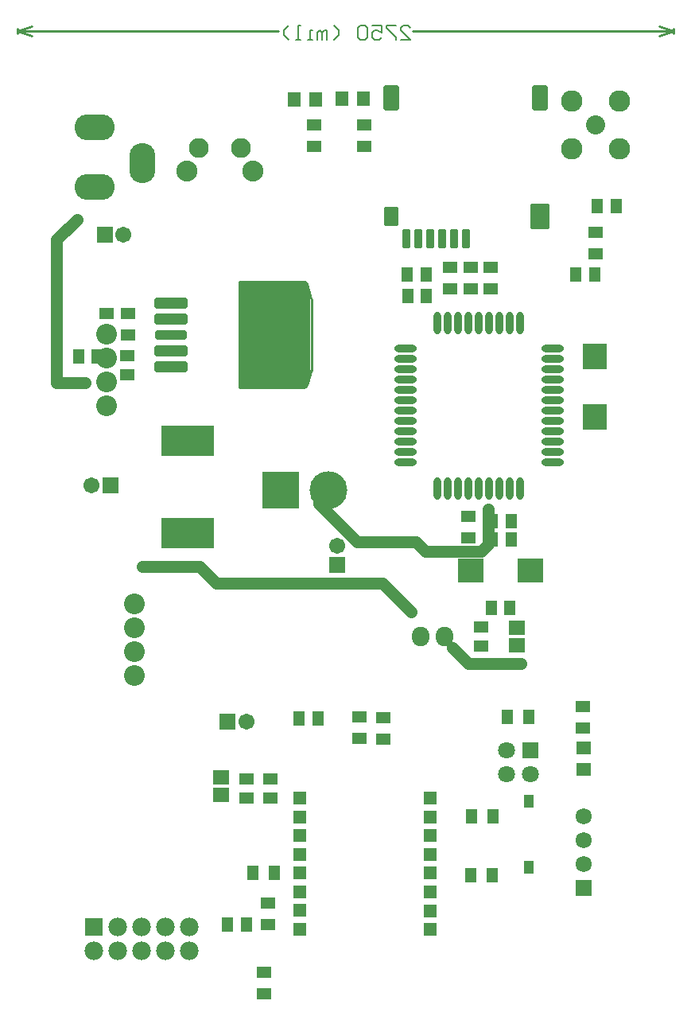
<source format=gts>
G04*
G04 #@! TF.GenerationSoftware,Altium Limited,Altium Designer,20.1.12 (249)*
G04*
G04 Layer_Color=8388736*
%FSTAX24Y24*%
%MOIN*%
G70*
G04*
G04 #@! TF.SameCoordinates,6AE243D0-3920-4146-A994-36ACE33FB78E*
G04*
G04*
G04 #@! TF.FilePolarity,Negative*
G04*
G01*
G75*
%ADD15C,0.0100*%
G04:AMPARAMS|DCode=37|XSize=39.4mil|YSize=133.9mil|CornerRadius=9.8mil|HoleSize=0mil|Usage=FLASHONLY|Rotation=90.000|XOffset=0mil|YOffset=0mil|HoleType=Round|Shape=RoundedRectangle|*
%AMROUNDEDRECTD37*
21,1,0.0394,0.1142,0,0,90.0*
21,1,0.0197,0.1339,0,0,90.0*
1,1,0.0197,0.0571,0.0098*
1,1,0.0197,0.0571,-0.0098*
1,1,0.0197,-0.0571,-0.0098*
1,1,0.0197,-0.0571,0.0098*
%
%ADD37ROUNDEDRECTD37*%
%ADD39C,0.0500*%
%ADD40C,0.0200*%
%ADD41C,0.0060*%
%ADD42R,0.2820X0.4380*%
%ADD43R,0.0513X0.0630*%
G04:AMPARAMS|DCode=44|XSize=35.6mil|YSize=78.9mil|CornerRadius=5.4mil|HoleSize=0mil|Usage=FLASHONLY|Rotation=0.000|XOffset=0mil|YOffset=0mil|HoleType=Round|Shape=RoundedRectangle|*
%AMROUNDEDRECTD44*
21,1,0.0356,0.0681,0,0,0.0*
21,1,0.0248,0.0789,0,0,0.0*
1,1,0.0108,0.0124,-0.0341*
1,1,0.0108,-0.0124,-0.0341*
1,1,0.0108,-0.0124,0.0341*
1,1,0.0108,0.0124,0.0341*
%
%ADD44ROUNDEDRECTD44*%
G04:AMPARAMS|DCode=45|XSize=78.9mil|YSize=106.4mil|CornerRadius=7.5mil|HoleSize=0mil|Usage=FLASHONLY|Rotation=0.000|XOffset=0mil|YOffset=0mil|HoleType=Round|Shape=RoundedRectangle|*
%AMROUNDEDRECTD45*
21,1,0.0789,0.0913,0,0,0.0*
21,1,0.0638,0.1064,0,0,0.0*
1,1,0.0151,0.0319,-0.0457*
1,1,0.0151,-0.0319,-0.0457*
1,1,0.0151,-0.0319,0.0457*
1,1,0.0151,0.0319,0.0457*
%
%ADD45ROUNDEDRECTD45*%
G04:AMPARAMS|DCode=46|XSize=67.1mil|YSize=106.4mil|CornerRadius=7mil|HoleSize=0mil|Usage=FLASHONLY|Rotation=0.000|XOffset=0mil|YOffset=0mil|HoleType=Round|Shape=RoundedRectangle|*
%AMROUNDEDRECTD46*
21,1,0.0671,0.0925,0,0,0.0*
21,1,0.0531,0.1064,0,0,0.0*
1,1,0.0139,0.0266,-0.0463*
1,1,0.0139,-0.0266,-0.0463*
1,1,0.0139,-0.0266,0.0463*
1,1,0.0139,0.0266,0.0463*
%
%ADD46ROUNDEDRECTD46*%
G04:AMPARAMS|DCode=47|XSize=63.1mil|YSize=78.9mil|CornerRadius=6.8mil|HoleSize=0mil|Usage=FLASHONLY|Rotation=0.000|XOffset=0mil|YOffset=0mil|HoleType=Round|Shape=RoundedRectangle|*
%AMROUNDEDRECTD47*
21,1,0.0631,0.0654,0,0,0.0*
21,1,0.0496,0.0789,0,0,0.0*
1,1,0.0135,0.0248,-0.0327*
1,1,0.0135,-0.0248,-0.0327*
1,1,0.0135,-0.0248,0.0327*
1,1,0.0135,0.0248,0.0327*
%
%ADD47ROUNDEDRECTD47*%
%ADD48R,0.0630X0.0474*%
%ADD49R,0.0671X0.0592*%
%ADD50R,0.0630X0.0513*%
%ADD51R,0.0474X0.0630*%
%ADD52R,0.0580X0.0630*%
%ADD53R,0.0630X0.0580*%
%ADD54R,0.0395X0.0552*%
%ADD55R,0.1104X0.1025*%
%ADD56R,0.1025X0.1104*%
%ADD57O,0.0946X0.0316*%
%ADD58O,0.0316X0.0946*%
G04:AMPARAMS|DCode=59|XSize=47.4mil|YSize=141.9mil|CornerRadius=13.8mil|HoleSize=0mil|Usage=FLASHONLY|Rotation=90.000|XOffset=0mil|YOffset=0mil|HoleType=Round|Shape=RoundedRectangle|*
%AMROUNDEDRECTD59*
21,1,0.0474,0.1142,0,0,90.0*
21,1,0.0197,0.1419,0,0,90.0*
1,1,0.0277,0.0571,0.0098*
1,1,0.0277,0.0571,-0.0098*
1,1,0.0277,-0.0571,-0.0098*
1,1,0.0277,-0.0571,0.0098*
%
%ADD59ROUNDEDRECTD59*%
%ADD60R,0.2206X0.1261*%
%ADD61C,0.0900*%
%ADD62C,0.0800*%
%ADD63C,0.0671*%
%ADD64R,0.0671X0.0671*%
%ADD65R,0.0671X0.0671*%
%ADD66C,0.0867*%
%ADD67R,0.0678X0.0678*%
%ADD68C,0.0678*%
%ADD69C,0.0830*%
%ADD70C,0.0880*%
%ADD71O,0.0730X0.0830*%
%ADD72C,0.0780*%
%ADD73R,0.0780X0.0780*%
%ADD74R,0.1580X0.1580*%
%ADD75C,0.1580*%
%ADD76R,0.0580X0.0580*%
%ADD77C,0.0710*%
%ADD78R,0.0710X0.0710*%
%ADD79O,0.1080X0.1680*%
%ADD80O,0.1680X0.1080*%
D15*
X145068Y034202D02*
G03*
X145192Y034296I0J000129D01*
G01*
X145068Y034202D02*
G03*
X145192Y034296I0J000129D01*
G01*
X145359Y034879D02*
G03*
X145364Y034915I-000124J000035D01*
G01*
X145359Y034879D02*
G03*
X145364Y034915I-000124J000035D01*
G01*
X145192Y038534D02*
G03*
X145068Y038627I-000124J-000036D01*
G01*
X145192Y038534D02*
G03*
X145068Y038627I-000124J-000036D01*
G01*
X145364Y037915D02*
G03*
X145359Y03795I-000129J0D01*
G01*
X145364Y037915D02*
G03*
X145359Y03795I-000129J0D01*
G01*
X13305Y04905D02*
Y04925D01*
X16055Y04905D02*
Y04925D01*
X13365Y04895D02*
X13305Y04915D01*
X13365Y04935D02*
X13305Y04915D01*
X16055D02*
X15995Y04895D01*
X16055Y04915D02*
X15995Y04935D01*
X143991Y04915D02*
X13305D01*
X16055D02*
X149609D01*
X145141Y0386D02*
X145091Y03865D01*
X142341D01*
Y0384D02*
Y03865D01*
Y034204D02*
Y0384D01*
X142343Y034202D02*
X142341Y034204D01*
X144568Y034202D02*
X142343Y034202D01*
X145068Y034202D02*
X144568D01*
X145359Y034879D02*
X145192Y034296D01*
X145068Y038627D02*
X144568D01*
X145364Y034915D02*
Y037915D01*
X145359Y03795D02*
X145192Y038533D01*
D37*
X139491Y0364D02*
D03*
D39*
X147291Y02775D02*
X145691Y02935D01*
X149759Y02775D02*
X147291D01*
X150159Y02735D02*
X149759Y02775D01*
X152491Y02735D02*
X150159D01*
X152791Y02765D02*
X152491Y02735D01*
X152791Y02765D02*
Y0291D01*
X154132Y02265D02*
X151941D01*
X151291Y0233D01*
X149541Y0248D02*
X148341Y026D01*
X141391D01*
X140691Y0267D01*
X138291D01*
X135891Y0344D02*
X134841D01*
X135541Y04125D02*
X134691Y0404D01*
Y0344D02*
Y0404D01*
D40*
X145218Y038238D02*
X145218Y034598D01*
D41*
X149109Y04879D02*
X149509D01*
X149109Y04919D01*
Y04929D01*
X149209Y04939D01*
X149409D01*
X149509Y04929D01*
X148909Y04939D02*
X148509D01*
Y04929D01*
X148909Y04889D01*
Y04879D01*
X14791Y04939D02*
X14831D01*
Y04909D01*
X14811Y04919D01*
X14801D01*
X14791Y04909D01*
Y04889D01*
X14801Y04879D01*
X14821D01*
X14831Y04889D01*
X14771Y04929D02*
X14761Y04939D01*
X14741D01*
X14731Y04929D01*
Y04889D01*
X14741Y04879D01*
X14761D01*
X14771Y04889D01*
Y04929D01*
X14631Y04879D02*
X14651Y04899D01*
Y04919D01*
X14631Y04939D01*
X14601Y04879D02*
Y04919D01*
X14591D01*
X14581Y04909D01*
Y04879D01*
Y04909D01*
X14571Y04919D01*
X14561Y04909D01*
Y04879D01*
X14541D02*
X145211D01*
X14531D01*
Y04919D01*
X14541D01*
X144911Y04879D02*
X144711D01*
X144811D01*
Y04939D01*
X144911D01*
X144411Y04879D02*
X144211Y04899D01*
Y04919D01*
X144411Y04939D01*
D42*
X143801Y036418D02*
D03*
D43*
X145635Y020354D02*
D03*
X144847D02*
D03*
X141847Y0117D02*
D03*
X142635D02*
D03*
X156447Y03895D02*
D03*
X157235D02*
D03*
X158135Y041811D02*
D03*
X157347D02*
D03*
X152897Y02499D02*
D03*
X153685D02*
D03*
X152947Y027844D02*
D03*
X153735D02*
D03*
X152947Y028602D02*
D03*
X153735D02*
D03*
X150178Y03895D02*
D03*
X149391D02*
D03*
X149403Y03805D02*
D03*
X150191D02*
D03*
X136385Y0355D02*
D03*
X135597D02*
D03*
D44*
X151335Y040444D02*
D03*
X150335D02*
D03*
X149335Y040444D02*
D03*
X151835Y040444D02*
D03*
X150835Y040444D02*
D03*
X149835Y040444D02*
D03*
D45*
X154941Y041389D02*
D03*
D46*
Y04635D02*
D03*
X14872D02*
D03*
D47*
Y041389D02*
D03*
D48*
X151943Y027896D02*
D03*
Y028796D02*
D03*
X143541Y0126D02*
D03*
Y0117D02*
D03*
X143391Y0097D02*
D03*
X143391Y0088D02*
D03*
X156741Y01995D02*
D03*
Y02085D02*
D03*
X152891Y03925D02*
D03*
Y03835D02*
D03*
X157261Y0398D02*
D03*
Y0407D02*
D03*
X145475Y044318D02*
D03*
Y045218D02*
D03*
X147591Y044296D02*
D03*
Y045196D02*
D03*
X137691Y0364D02*
D03*
Y0373D02*
D03*
X136791Y0373D02*
D03*
Y0364D02*
D03*
X148391Y019484D02*
D03*
X148391Y020384D02*
D03*
X147375Y019494D02*
D03*
Y020394D02*
D03*
X152041Y03835D02*
D03*
Y03925D02*
D03*
X151191Y03835D02*
D03*
Y03925D02*
D03*
D49*
X141591Y017876D02*
D03*
Y017128D02*
D03*
X153991Y024152D02*
D03*
Y023404D02*
D03*
D50*
X142641Y017794D02*
D03*
Y017006D02*
D03*
X143641Y017006D02*
D03*
Y017794D02*
D03*
X152473Y023384D02*
D03*
Y024171D02*
D03*
X137641Y035544D02*
D03*
Y034756D02*
D03*
D51*
X143813Y01387D02*
D03*
X142913Y01387D02*
D03*
X152091Y01625D02*
D03*
X152991D02*
D03*
X154491Y0204D02*
D03*
X153591Y0204D02*
D03*
X152041Y01379D02*
D03*
X152941D02*
D03*
D52*
X144641Y046275D02*
D03*
X145541D02*
D03*
X146654Y0463D02*
D03*
X147554D02*
D03*
D53*
X156791Y0191D02*
D03*
Y0182D02*
D03*
D54*
X154491Y014122D02*
D03*
Y016878D02*
D03*
D55*
X152031Y02655D02*
D03*
X154551D02*
D03*
D56*
X157251Y03551D02*
D03*
Y03299D02*
D03*
D57*
X1493Y033667D02*
D03*
Y0341D02*
D03*
Y034533D02*
D03*
Y034966D02*
D03*
Y035399D02*
D03*
Y035832D02*
D03*
Y033233D02*
D03*
Y0328D02*
D03*
Y032367D02*
D03*
Y031934D02*
D03*
Y031501D02*
D03*
Y031068D02*
D03*
X155481Y031068D02*
D03*
Y031501D02*
D03*
Y031934D02*
D03*
Y032367D02*
D03*
Y0328D02*
D03*
Y033233D02*
D03*
Y035832D02*
D03*
Y035399D02*
D03*
Y034966D02*
D03*
Y034533D02*
D03*
Y0341D02*
D03*
Y033667D02*
D03*
D58*
X152824Y036915D02*
D03*
X153257Y036915D02*
D03*
X15369Y036915D02*
D03*
X154123D02*
D03*
X152391Y036915D02*
D03*
X151958Y036915D02*
D03*
X151525Y036915D02*
D03*
X151092Y036915D02*
D03*
X150659D02*
D03*
Y029985D02*
D03*
X151092D02*
D03*
X151525Y029985D02*
D03*
X151958Y029985D02*
D03*
X152391Y029985D02*
D03*
X154123Y029985D02*
D03*
X15369D02*
D03*
X153257Y029985D02*
D03*
X152824Y029985D02*
D03*
D59*
X139491Y037739D02*
D03*
Y037069D02*
D03*
Y035731D02*
D03*
Y035061D02*
D03*
D60*
X140191Y031979D02*
D03*
Y028121D02*
D03*
D61*
X156261Y0442D02*
D03*
X158261D02*
D03*
Y0462D02*
D03*
X156261D02*
D03*
D62*
X157261Y0452D02*
D03*
D63*
X142635Y0202D02*
D03*
X137491Y0406D02*
D03*
X146441Y027562D02*
D03*
X136141Y0301D02*
D03*
D64*
X141847Y0202D02*
D03*
X136703Y0406D02*
D03*
X136928Y0301D02*
D03*
D65*
X146441Y026775D02*
D03*
D66*
X137941Y02315D02*
D03*
Y02515D02*
D03*
Y02215D02*
D03*
Y02415D02*
D03*
X136791Y034433D02*
D03*
Y036433D02*
D03*
Y033433D02*
D03*
X136791Y035433D02*
D03*
D67*
X156791Y01325D02*
D03*
D68*
Y01425D02*
D03*
Y01525D02*
D03*
Y01625D02*
D03*
D69*
X140641Y04425D02*
D03*
X142413D02*
D03*
D70*
X142905Y043266D02*
D03*
X140149D02*
D03*
D71*
X149941Y023778D02*
D03*
X150951D02*
D03*
D72*
X139241Y0106D02*
D03*
X136241Y0106D02*
D03*
X140241Y0116D02*
D03*
X140241Y0106D02*
D03*
X139241Y0116D02*
D03*
X138241Y0116D02*
D03*
X137241Y0116D02*
D03*
Y0106D02*
D03*
X138241Y0106D02*
D03*
D73*
X136241Y0116D02*
D03*
D74*
X14408Y0299D02*
D03*
D75*
X14608D02*
D03*
D76*
X150353Y01465D02*
D03*
Y01701D02*
D03*
Y01622D02*
D03*
Y01544D02*
D03*
Y01386D02*
D03*
Y01307D02*
D03*
Y01229D02*
D03*
Y0115D02*
D03*
X144891D02*
D03*
Y01702D02*
D03*
Y01622D02*
D03*
X144891Y01544D02*
D03*
X144891Y01464D02*
D03*
Y01387D02*
D03*
X144891Y01307D02*
D03*
Y01232D02*
D03*
D77*
X153541Y018D02*
D03*
Y019D02*
D03*
X154541Y018D02*
D03*
D78*
Y019D02*
D03*
D79*
X138291Y0436D02*
D03*
D80*
X136291Y0451D02*
D03*
Y0426D02*
D03*
M02*

</source>
